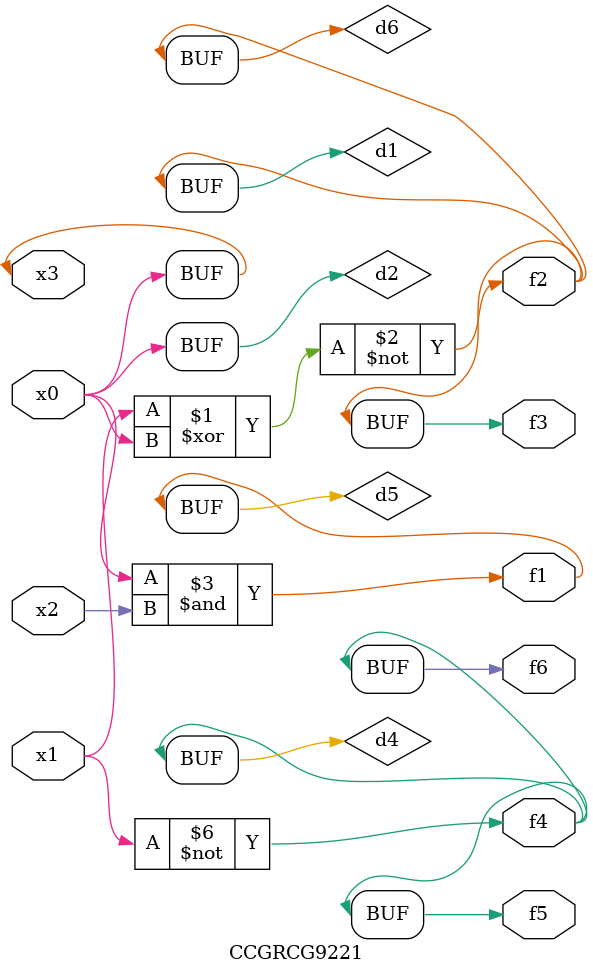
<source format=v>
module CCGRCG9221(
	input x0, x1, x2, x3,
	output f1, f2, f3, f4, f5, f6
);

	wire d1, d2, d3, d4, d5, d6;

	xnor (d1, x1, x3);
	buf (d2, x0, x3);
	nand (d3, x0, x2);
	not (d4, x1);
	nand (d5, d3);
	or (d6, d1);
	assign f1 = d5;
	assign f2 = d6;
	assign f3 = d6;
	assign f4 = d4;
	assign f5 = d4;
	assign f6 = d4;
endmodule

</source>
